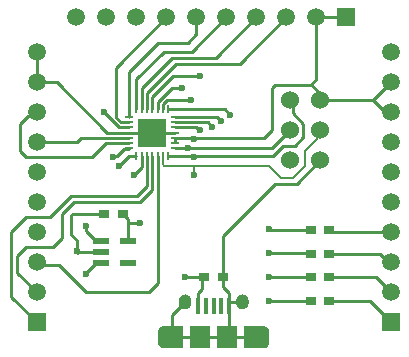
<source format=gtl>
G04*
G04 #@! TF.GenerationSoftware,Altium Limited,Altium Designer,20.2.4 (192)*
G04*
G04 Layer_Physical_Order=1*
G04 Layer_Color=255*
%FSLAX25Y25*%
%MOIN*%
G70*
G04*
G04 #@! TF.SameCoordinates,10D436F5-3F1F-4B74-8332-D6DC9BA31C1D*
G04*
G04*
G04 #@! TF.FilePolarity,Positive*
G04*
G01*
G75*
%ADD11C,0.01000*%
%ADD14C,0.00800*%
%ADD15R,0.05591X0.02284*%
%ADD16R,0.03300X0.03150*%
%ADD17R,0.07087X0.07480*%
%ADD18R,0.01575X0.05315*%
%ADD19R,0.03000X0.01100*%
%ADD20R,0.02800X0.01100*%
%ADD21R,0.01100X0.02800*%
%ADD22R,0.01100X0.03000*%
%ADD23R,0.09400X0.09400*%
%ADD36C,0.06000*%
%ADD40C,0.05906*%
%ADD41R,0.05906X0.05906*%
%ADD42R,0.05906X0.05906*%
%ADD43O,0.03740X0.07480*%
%ADD44C,0.04134*%
%ADD45C,0.02362*%
G36*
X210236Y121752D02*
Y118012D01*
X203886D01*
X203783Y118017D01*
X203680Y118028D01*
X203578Y118044D01*
X203477Y118066D01*
X203378Y118092D01*
X203280Y118124D01*
X203184Y118161D01*
X203089Y118203D01*
X202997Y118250D01*
X202908Y118301D01*
X202822Y118357D01*
X202738Y118418D01*
X202658Y118483D01*
X202582Y118552D01*
X202509Y118625D01*
X202440Y118701D01*
X202375Y118781D01*
X202314Y118865D01*
X202258Y118951D01*
X202206Y119041D01*
X202160Y119132D01*
X202118Y119227D01*
X202081Y119323D01*
X202049Y119421D01*
X202022Y119521D01*
X202001Y119621D01*
X201985Y119723D01*
X201974Y119826D01*
X201969Y119929D01*
Y119980D01*
Y121752D01*
Y123524D01*
Y123575D01*
X201974Y123678D01*
X201985Y123781D01*
X202001Y123882D01*
X202022Y123983D01*
X202049Y124083D01*
X202081Y124181D01*
X202118Y124277D01*
X202160Y124371D01*
X202206Y124463D01*
X202258Y124553D01*
X202314Y124639D01*
X202375Y124722D01*
X202440Y124802D01*
X202509Y124879D01*
X202582Y124952D01*
X202658Y125021D01*
X202738Y125086D01*
X202822Y125146D01*
X202908Y125203D01*
X202997Y125254D01*
X203089Y125301D01*
X203184Y125343D01*
X203280Y125380D01*
X203378Y125412D01*
X203477Y125438D01*
X203578Y125460D01*
X203680Y125476D01*
X203783Y125487D01*
X203886Y125492D01*
X210236D01*
Y121752D01*
D02*
G37*
G36*
X211087Y136018D02*
X211195Y136007D01*
X211302Y135990D01*
X211408Y135967D01*
X211512Y135939D01*
X211615Y135906D01*
X211716Y135867D01*
X211815Y135823D01*
X211912Y135774D01*
X212005Y135720D01*
X212096Y135661D01*
X212184Y135597D01*
X212268Y135529D01*
X212349Y135457D01*
X212425Y135380D01*
X212497Y135300D01*
X212565Y135215D01*
X212629Y135128D01*
X212688Y135037D01*
X212742Y134943D01*
X212791Y134847D01*
X212835Y134748D01*
X212874Y134647D01*
X212908Y134544D01*
X212936Y134439D01*
X212958Y134334D01*
X212975Y134227D01*
X212986Y134119D01*
X212992Y134011D01*
Y133957D01*
Y133169D01*
Y133115D01*
X212986Y133007D01*
X212975Y132899D01*
X212958Y132792D01*
X212936Y132687D01*
X212908Y132582D01*
X212874Y132479D01*
X212835Y132378D01*
X212791Y132279D01*
X212742Y132183D01*
X212688Y132089D01*
X212629Y131998D01*
X212566Y131911D01*
X212497Y131826D01*
X212425Y131746D01*
X212349Y131669D01*
X212268Y131597D01*
X212184Y131529D01*
X212096Y131465D01*
X212005Y131406D01*
X211912Y131352D01*
X211815Y131303D01*
X211717Y131259D01*
X211615Y131220D01*
X211512Y131187D01*
X211408Y131159D01*
X211302Y131136D01*
X211195Y131119D01*
X211087Y131108D01*
X210979Y131102D01*
X210871D01*
X210763Y131108D01*
X210655Y131119D01*
X210548Y131136D01*
X210442Y131159D01*
X210338Y131187D01*
X210235Y131220D01*
X210134Y131259D01*
X210035Y131303D01*
X209939Y131352D01*
X209845Y131406D01*
X209754Y131465D01*
X209666Y131529D01*
X209582Y131597D01*
X209502Y131669D01*
X209425Y131746D01*
X209353Y131826D01*
X209285Y131911D01*
X209221Y131998D01*
X209162Y132089D01*
X209108Y132183D01*
X209059Y132279D01*
X209015Y132378D01*
X208976Y132479D01*
X208943Y132582D01*
X208915Y132687D01*
X208892Y132792D01*
X208875Y132899D01*
X208864Y133007D01*
X208858Y133115D01*
Y133169D01*
Y133957D01*
Y134011D01*
X208864Y134119D01*
X208875Y134227D01*
X208892Y134334D01*
X208915Y134439D01*
X208943Y134544D01*
X208976Y134647D01*
X209015Y134748D01*
X209059Y134847D01*
X209108Y134943D01*
X209162Y135037D01*
X209221Y135128D01*
X209285Y135215D01*
X209353Y135300D01*
X209425Y135380D01*
X209502Y135457D01*
X209582Y135529D01*
X209666Y135597D01*
X209754Y135661D01*
X209845Y135720D01*
X209939Y135774D01*
X210035Y135823D01*
X210134Y135867D01*
X210235Y135906D01*
X210338Y135939D01*
X210442Y135967D01*
X210548Y135990D01*
X210655Y136007D01*
X210763Y136018D01*
X210871Y136024D01*
X210979D01*
X211087Y136018D01*
D02*
G37*
G36*
X237162Y125487D02*
X237265Y125476D01*
X237367Y125460D01*
X237468Y125438D01*
X237567Y125412D01*
X237665Y125380D01*
X237761Y125343D01*
X237856Y125301D01*
X237948Y125254D01*
X238037Y125203D01*
X238123Y125146D01*
X238207Y125086D01*
X238287Y125021D01*
X238363Y124952D01*
X238436Y124879D01*
X238505Y124802D01*
X238570Y124722D01*
X238631Y124639D01*
X238687Y124553D01*
X238738Y124463D01*
X238785Y124371D01*
X238827Y124277D01*
X238864Y124181D01*
X238896Y124083D01*
X238923Y123983D01*
X238944Y123882D01*
X238960Y123781D01*
X238971Y123678D01*
X238976Y123575D01*
Y123524D01*
Y121752D01*
Y119980D01*
Y119929D01*
X238971Y119826D01*
X238960Y119723D01*
X238944Y119621D01*
X238923Y119521D01*
X238896Y119421D01*
X238864Y119323D01*
X238827Y119227D01*
X238785Y119132D01*
X238738Y119041D01*
X238687Y118951D01*
X238631Y118865D01*
X238570Y118781D01*
X238505Y118701D01*
X238436Y118625D01*
X238363Y118552D01*
X238287Y118483D01*
X238207Y118418D01*
X238123Y118357D01*
X238037Y118301D01*
X237948Y118250D01*
X237856Y118203D01*
X237761Y118161D01*
X237665Y118124D01*
X237567Y118092D01*
X237468Y118066D01*
X237367Y118044D01*
X237265Y118028D01*
X237162Y118017D01*
X237059Y118012D01*
X230709D01*
Y121752D01*
Y125492D01*
X237059D01*
X237162Y125487D01*
D02*
G37*
G36*
X230182Y136018D02*
X230290Y136007D01*
X230397Y135990D01*
X230502Y135967D01*
X230607Y135939D01*
X230710Y135906D01*
X230811Y135867D01*
X230910Y135823D01*
X231006Y135774D01*
X231100Y135720D01*
X231191Y135661D01*
X231278Y135597D01*
X231363Y135529D01*
X231443Y135457D01*
X231520Y135380D01*
X231592Y135300D01*
X231660Y135215D01*
X231724Y135128D01*
X231783Y135037D01*
X231837Y134943D01*
X231886Y134847D01*
X231930Y134748D01*
X231969Y134647D01*
X232002Y134544D01*
X232030Y134439D01*
X232053Y134334D01*
X232070Y134227D01*
X232081Y134119D01*
X232087Y134011D01*
Y133957D01*
Y133169D01*
Y133115D01*
X232081Y133007D01*
X232070Y132899D01*
X232053Y132792D01*
X232030Y132687D01*
X232002Y132582D01*
X231969Y132479D01*
X231930Y132378D01*
X231886Y132279D01*
X231837Y132183D01*
X231783Y132089D01*
X231724Y131998D01*
X231660Y131911D01*
X231592Y131826D01*
X231520Y131746D01*
X231443Y131669D01*
X231363Y131597D01*
X231278Y131529D01*
X231191Y131465D01*
X231100Y131406D01*
X231006Y131352D01*
X230910Y131303D01*
X230811Y131259D01*
X230710Y131220D01*
X230607Y131187D01*
X230502Y131159D01*
X230397Y131136D01*
X230290Y131119D01*
X230182Y131108D01*
X230074Y131102D01*
X229966D01*
X229857Y131108D01*
X229750Y131119D01*
X229643Y131136D01*
X229537Y131159D01*
X229432Y131187D01*
X229329Y131220D01*
X229228Y131259D01*
X229130Y131303D01*
X229033Y131352D01*
X228939Y131406D01*
X228849Y131465D01*
X228761Y131529D01*
X228677Y131597D01*
X228596Y131669D01*
X228520Y131746D01*
X228447Y131826D01*
X228379Y131911D01*
X228316Y131998D01*
X228257Y132089D01*
X228203Y132183D01*
X228153Y132279D01*
X228110Y132378D01*
X228071Y132479D01*
X228037Y132582D01*
X228009Y132687D01*
X227987Y132792D01*
X227970Y132899D01*
X227958Y133007D01*
X227953Y133115D01*
Y133169D01*
Y133957D01*
Y134011D01*
X227958Y134119D01*
X227970Y134227D01*
X227987Y134334D01*
X228009Y134439D01*
X228037Y134544D01*
X228071Y134647D01*
X228110Y134748D01*
X228153Y134847D01*
X228203Y134943D01*
X228257Y135037D01*
X228316Y135128D01*
X228379Y135215D01*
X228447Y135300D01*
X228520Y135380D01*
X228596Y135457D01*
X228677Y135529D01*
X228761Y135597D01*
X228849Y135661D01*
X228939Y135720D01*
X229033Y135774D01*
X229130Y135823D01*
X229228Y135867D01*
X229329Y135906D01*
X229432Y135939D01*
X229537Y135967D01*
X229643Y135990D01*
X229750Y136007D01*
X229857Y136018D01*
X229965Y136024D01*
X230074D01*
X230182Y136018D01*
D02*
G37*
%LPC*%
G36*
X207118Y124705D02*
X206170D01*
X206108Y124701D01*
X206047Y124695D01*
X205985Y124685D01*
X205925Y124672D01*
X205865Y124656D01*
X205806Y124637D01*
X205749Y124615D01*
X205692Y124590D01*
X205637Y124562D01*
X205584Y124531D01*
X205532Y124497D01*
X205482Y124461D01*
X205434Y124422D01*
X205387Y124381D01*
X205344Y124337D01*
X205302Y124291D01*
X205263Y124243D01*
X205227Y124193D01*
X205193Y124141D01*
X205162Y124087D01*
X205134Y124032D01*
X205109Y123976D01*
X205087Y123918D01*
X205068Y123859D01*
X205052Y123799D01*
X205039Y123739D01*
X205029Y123678D01*
X205023Y123616D01*
X205020Y123555D01*
Y123524D01*
Y121752D01*
Y119882D01*
Y119853D01*
X205023Y119797D01*
X205029Y119740D01*
X205037Y119685D01*
X205049Y119629D01*
X205064Y119574D01*
X205081Y119520D01*
X205102Y119467D01*
X205125Y119416D01*
X205151Y119365D01*
X205179Y119316D01*
X205210Y119268D01*
X205243Y119223D01*
X205279Y119178D01*
X205317Y119136D01*
X205357Y119096D01*
X205399Y119058D01*
X205443Y119023D01*
X205489Y118989D01*
X205537Y118958D01*
X205586Y118930D01*
X205636Y118904D01*
X205688Y118881D01*
X205741Y118861D01*
X205795Y118843D01*
X205850Y118829D01*
X205905Y118817D01*
X205961Y118808D01*
X206017Y118802D01*
X206074Y118799D01*
X207118D01*
X207179Y118802D01*
X207241Y118809D01*
X207302Y118819D01*
X207362Y118831D01*
X207422Y118848D01*
X207481Y118867D01*
X207539Y118889D01*
X207595Y118914D01*
X207650Y118942D01*
X207704Y118973D01*
X207756Y119007D01*
X207806Y119043D01*
X207854Y119082D01*
X207900Y119123D01*
X207944Y119167D01*
X207985Y119213D01*
X208024Y119261D01*
X208060Y119311D01*
X208094Y119363D01*
X208125Y119416D01*
X208153Y119472D01*
X208178Y119528D01*
X208200Y119586D01*
X208220Y119645D01*
X208236Y119704D01*
X208248Y119765D01*
X208258Y119826D01*
X208264Y119888D01*
X208268Y119949D01*
Y119980D01*
Y121752D01*
Y123524D01*
Y123555D01*
X208264Y123616D01*
X208258Y123678D01*
X208248Y123739D01*
X208236Y123799D01*
X208220Y123859D01*
X208200Y123918D01*
X208178Y123976D01*
X208153Y124032D01*
X208125Y124087D01*
X208094Y124141D01*
X208060Y124193D01*
X208024Y124243D01*
X207985Y124291D01*
X207944Y124337D01*
X207900Y124381D01*
X207854Y124422D01*
X207806Y124461D01*
X207756Y124497D01*
X207704Y124531D01*
X207650Y124562D01*
X207595Y124590D01*
X207539Y124615D01*
X207481Y124637D01*
X207422Y124656D01*
X207362Y124672D01*
X207302Y124685D01*
X207241Y124695D01*
X207179Y124701D01*
X207118Y124705D01*
D02*
G37*
G36*
X210959Y135236D02*
X210892D01*
X210825Y135233D01*
X210758Y135226D01*
X210692Y135215D01*
X210626Y135201D01*
X210562Y135184D01*
X210498Y135163D01*
X210435Y135139D01*
X210374Y135112D01*
X210314Y135082D01*
X210256Y135048D01*
X210200Y135011D01*
X210146Y134972D01*
X210094Y134930D01*
X210044Y134885D01*
X209997Y134838D01*
X209952Y134788D01*
X209910Y134736D01*
X209870Y134682D01*
X209834Y134625D01*
X209800Y134567D01*
X209770Y134508D01*
X209743Y134447D01*
X209719Y134384D01*
X209698Y134320D01*
X209681Y134256D01*
X209667Y134190D01*
X209656Y134124D01*
X209649Y134057D01*
X209646Y133990D01*
Y133957D01*
Y133169D01*
Y133136D01*
X209649Y133069D01*
X209656Y133002D01*
X209667Y132936D01*
X209681Y132870D01*
X209698Y132806D01*
X209719Y132742D01*
X209743Y132679D01*
X209770Y132618D01*
X209800Y132559D01*
X209834Y132501D01*
X209870Y132444D01*
X209910Y132390D01*
X209952Y132338D01*
X209997Y132288D01*
X210044Y132241D01*
X210094Y132196D01*
X210146Y132154D01*
X210200Y132114D01*
X210256Y132078D01*
X210314Y132044D01*
X210374Y132014D01*
X210435Y131987D01*
X210498Y131963D01*
X210562Y131942D01*
X210626Y131925D01*
X210692Y131911D01*
X210758Y131900D01*
X210825Y131893D01*
X210892Y131890D01*
X210959D01*
X211026Y131893D01*
X211092Y131900D01*
X211158Y131911D01*
X211224Y131925D01*
X211289Y131942D01*
X211352Y131963D01*
X211415Y131987D01*
X211476Y132014D01*
X211536Y132044D01*
X211594Y132078D01*
X211650Y132114D01*
X211704Y132154D01*
X211756Y132196D01*
X211806Y132241D01*
X211854Y132288D01*
X211898Y132338D01*
X211941Y132390D01*
X211980Y132444D01*
X212017Y132501D01*
X212050Y132559D01*
X212081Y132618D01*
X212108Y132679D01*
X212132Y132742D01*
X212152Y132806D01*
X212170Y132870D01*
X212184Y132936D01*
X212194Y133002D01*
X212201Y133069D01*
X212205Y133136D01*
Y133169D01*
Y133957D01*
Y133990D01*
X212201Y134057D01*
X212194Y134124D01*
X212184Y134190D01*
X212170Y134256D01*
X212152Y134320D01*
X212132Y134384D01*
X212108Y134447D01*
X212081Y134508D01*
X212050Y134567D01*
X212017Y134625D01*
X211980Y134682D01*
X211941Y134736D01*
X211898Y134788D01*
X211854Y134838D01*
X211806Y134885D01*
X211756Y134930D01*
X211704Y134972D01*
X211650Y135011D01*
X211594Y135048D01*
X211536Y135082D01*
X211476Y135112D01*
X211415Y135139D01*
X211352Y135163D01*
X211289Y135184D01*
X211224Y135201D01*
X211158Y135215D01*
X211092Y135226D01*
X211026Y135233D01*
X210959Y135236D01*
D02*
G37*
G36*
X234871Y124705D02*
X233827D01*
X233766Y124701D01*
X233704Y124695D01*
X233643Y124685D01*
X233582Y124672D01*
X233523Y124656D01*
X233464Y124637D01*
X233406Y124615D01*
X233350Y124590D01*
X233295Y124562D01*
X233241Y124531D01*
X233189Y124497D01*
X233139Y124461D01*
X233091Y124422D01*
X233045Y124381D01*
X233001Y124337D01*
X232960Y124291D01*
X232921Y124243D01*
X232885Y124193D01*
X232851Y124141D01*
X232820Y124087D01*
X232792Y124032D01*
X232767Y123976D01*
X232745Y123918D01*
X232725Y123859D01*
X232709Y123799D01*
X232697Y123739D01*
X232687Y123678D01*
X232680Y123616D01*
X232677Y123555D01*
Y123524D01*
Y121752D01*
Y119980D01*
Y119949D01*
X232680Y119888D01*
X232687Y119826D01*
X232697Y119765D01*
X232709Y119704D01*
X232725Y119645D01*
X232745Y119586D01*
X232767Y119528D01*
X232792Y119472D01*
X232820Y119416D01*
X232851Y119363D01*
X232885Y119311D01*
X232921Y119261D01*
X232960Y119213D01*
X233001Y119167D01*
X233045Y119123D01*
X233091Y119082D01*
X233139Y119043D01*
X233189Y119007D01*
X233241Y118973D01*
X233295Y118942D01*
X233350Y118914D01*
X233406Y118889D01*
X233464Y118867D01*
X233523Y118848D01*
X233582Y118831D01*
X233643Y118819D01*
X233704Y118809D01*
X233766Y118802D01*
X233827Y118799D01*
X234775D01*
X234837Y118802D01*
X234898Y118809D01*
X234959Y118819D01*
X235020Y118831D01*
X235080Y118848D01*
X235139Y118867D01*
X235196Y118889D01*
X235253Y118914D01*
X235308Y118942D01*
X235361Y118973D01*
X235413Y119007D01*
X235463Y119043D01*
X235511Y119082D01*
X235557Y119123D01*
X235601Y119167D01*
X235643Y119213D01*
X235682Y119261D01*
X235718Y119311D01*
X235752Y119363D01*
X235782Y119417D01*
X235810Y119472D01*
X235836Y119528D01*
X235858Y119586D01*
X235877Y119645D01*
X235893Y119704D01*
X235906Y119765D01*
X235915Y119826D01*
X235922Y119888D01*
X235925Y119949D01*
Y119980D01*
Y121752D01*
Y123622D01*
Y123650D01*
X235922Y123707D01*
X235916Y123763D01*
X235907Y123819D01*
X235896Y123875D01*
X235881Y123930D01*
X235863Y123984D01*
X235843Y124037D01*
X235820Y124088D01*
X235794Y124139D01*
X235766Y124188D01*
X235735Y124235D01*
X235702Y124281D01*
X235666Y124325D01*
X235628Y124368D01*
X235588Y124408D01*
X235546Y124446D01*
X235502Y124481D01*
X235456Y124515D01*
X235408Y124546D01*
X235359Y124574D01*
X235309Y124600D01*
X235257Y124623D01*
X235204Y124643D01*
X235150Y124661D01*
X235095Y124675D01*
X235040Y124687D01*
X234984Y124696D01*
X234928Y124702D01*
X234871Y124705D01*
D02*
G37*
G36*
X230053Y135236D02*
X229986D01*
X229919Y135233D01*
X229853Y135226D01*
X229786Y135215D01*
X229721Y135201D01*
X229656Y135184D01*
X229592Y135163D01*
X229530Y135139D01*
X229469Y135112D01*
X229409Y135082D01*
X229351Y135048D01*
X229295Y135011D01*
X229240Y134972D01*
X229188Y134930D01*
X229139Y134885D01*
X229091Y134838D01*
X229046Y134788D01*
X229004Y134736D01*
X228965Y134682D01*
X228928Y134625D01*
X228895Y134567D01*
X228864Y134508D01*
X228837Y134447D01*
X228813Y134384D01*
X228792Y134320D01*
X228775Y134256D01*
X228761Y134190D01*
X228751Y134124D01*
X228744Y134057D01*
X228740Y133990D01*
Y133957D01*
Y133169D01*
Y133136D01*
X228744Y133069D01*
X228751Y133002D01*
X228761Y132936D01*
X228775Y132870D01*
X228792Y132806D01*
X228813Y132742D01*
X228837Y132679D01*
X228864Y132618D01*
X228895Y132559D01*
X228928Y132501D01*
X228965Y132444D01*
X229004Y132390D01*
X229046Y132338D01*
X229091Y132288D01*
X229139Y132241D01*
X229188Y132196D01*
X229240Y132154D01*
X229295Y132114D01*
X229351Y132078D01*
X229409Y132044D01*
X229469Y132014D01*
X229530Y131987D01*
X229592Y131963D01*
X229656Y131942D01*
X229721Y131925D01*
X229786Y131911D01*
X229853Y131900D01*
X229919Y131893D01*
X229986Y131890D01*
X230053D01*
X230120Y131893D01*
X230187Y131900D01*
X230253Y131911D01*
X230318Y131925D01*
X230383Y131942D01*
X230447Y131963D01*
X230509Y131987D01*
X230571Y132014D01*
X230630Y132044D01*
X230689Y132078D01*
X230745Y132114D01*
X230799Y132154D01*
X230851Y132196D01*
X230901Y132241D01*
X230948Y132288D01*
X230993Y132338D01*
X231035Y132390D01*
X231075Y132444D01*
X231111Y132501D01*
X231144Y132559D01*
X231175Y132618D01*
X231202Y132679D01*
X231226Y132742D01*
X231247Y132806D01*
X231264Y132870D01*
X231278Y132936D01*
X231289Y133002D01*
X231296Y133069D01*
X231299Y133136D01*
Y133169D01*
Y133957D01*
Y133990D01*
X231296Y134057D01*
X231289Y134124D01*
X231278Y134190D01*
X231264Y134256D01*
X231247Y134320D01*
X231226Y134384D01*
X231202Y134447D01*
X231175Y134508D01*
X231144Y134567D01*
X231111Y134625D01*
X231075Y134682D01*
X231035Y134736D01*
X230993Y134788D01*
X230948Y134838D01*
X230901Y134885D01*
X230851Y134930D01*
X230799Y134972D01*
X230745Y135011D01*
X230689Y135048D01*
X230630Y135082D01*
X230571Y135112D01*
X230509Y135139D01*
X230447Y135163D01*
X230383Y135184D01*
X230318Y135201D01*
X230253Y135215D01*
X230187Y135226D01*
X230120Y135233D01*
X230053Y135236D01*
D02*
G37*
%LPD*%
D11*
X188937Y191800D02*
X192300D01*
X184000Y196737D02*
X188937Y191800D01*
X184000Y196737D02*
Y197000D01*
X207700Y188200D02*
X237200D01*
X214690Y191942D02*
X215631Y191000D01*
X216000D01*
X223573Y155573D02*
X241000Y173000D01*
X223573Y138422D02*
Y155573D01*
X248118Y173000D02*
X255906Y180787D01*
X241000Y173000D02*
X248118D01*
X207700Y184700D02*
X239818D01*
X205550Y182300D02*
X240300D01*
X243500Y185500D01*
X239818Y184700D02*
X245905Y190787D01*
X192000Y160000D02*
Y161176D01*
Y154000D02*
Y160000D01*
X196000D01*
X188000Y195000D02*
X189450Y193550D01*
X192250D01*
X188000Y195000D02*
Y211622D01*
X157456Y194456D02*
X157456D01*
X158725Y195485D02*
X160090Y196850D01*
X158485Y195485D02*
X158725D01*
X157456Y194456D02*
X158485Y195485D01*
X160090Y196850D02*
X161417D01*
X156000Y193000D02*
X157456Y194456D01*
X156000Y184000D02*
Y193000D01*
Y184000D02*
X158000Y182000D01*
X180000D01*
X161417Y186850D02*
X174798D01*
X176147Y188200D01*
X184500Y186500D02*
X192300D01*
X180000Y182000D02*
X184500Y186500D01*
X176147Y188200D02*
X192300D01*
X187261Y182261D02*
X188261D01*
X190650Y184650D02*
X192250D01*
X192300Y184700D01*
X188261Y182261D02*
X190650Y184650D01*
X187000Y182000D02*
X187261Y182261D01*
X216535Y140896D02*
X217323Y141684D01*
X217372Y141732D01*
X210983Y141684D02*
X217323D01*
X201800Y139800D02*
Y182300D01*
X199000Y137000D02*
X201800Y139800D01*
X178000Y137000D02*
X199000D01*
X175000Y150000D02*
X175260Y150260D01*
X196500Y178500D02*
Y182300D01*
X194000Y176000D02*
X196500Y178500D01*
X192300Y182300D02*
X194700D01*
X189000Y179000D02*
X192300Y182300D01*
X207000Y209000D02*
X216000D01*
X200000Y197700D02*
Y202000D01*
X207000Y209000D01*
X201800Y197700D02*
X201850Y197750D01*
Y200113D01*
X206737Y205000D01*
X210000D01*
X205000Y201000D02*
X213000D01*
X203550Y199550D02*
X205000Y201000D01*
X203500Y197700D02*
X203550Y197750D01*
Y199550D01*
X198200Y197700D02*
Y203200D01*
X208000Y213000D01*
X229378D02*
X244724Y228346D01*
X208000Y213000D02*
X229378D01*
X221378Y215000D02*
X234724Y228346D01*
X206700Y215000D02*
X221378D01*
X196500Y204800D02*
X206700Y215000D01*
X196500Y197700D02*
Y204800D01*
X194700Y197700D02*
Y207700D01*
X204000Y217000D01*
X213378D02*
X224724Y228346D01*
X204000Y217000D02*
X213378D01*
X214724Y222724D02*
Y228346D01*
X212000Y220000D02*
X214724Y222724D01*
X202000Y220000D02*
X212000D01*
X192300Y210300D02*
X202000Y220000D01*
X192300Y195300D02*
Y210300D01*
X192250Y193550D02*
X192300Y193500D01*
X188000Y211622D02*
X204724Y228346D01*
X161417Y206850D02*
Y216850D01*
X200000Y190000D02*
X207700D01*
X192300D02*
X200000D01*
X161417Y206850D02*
X168150D01*
X185000Y190000D02*
X192300D01*
X168150Y206850D02*
X185000Y190000D01*
X153000Y135268D02*
X161417Y126850D01*
X153000Y157000D02*
X158000Y162000D01*
X153000Y135268D02*
Y157000D01*
X158000Y162000D02*
X166000D01*
X173000Y169000D02*
X195000D01*
X166000Y162000D02*
X173000Y169000D01*
X170000Y163000D02*
X174000Y167000D01*
X196000D01*
X170000Y155000D02*
Y163000D01*
X198200Y172200D02*
Y182300D01*
X195000Y169000D02*
X198200Y172200D01*
X200000Y171000D02*
Y182300D01*
X196000Y167000D02*
X200000Y171000D01*
X167000Y152000D02*
X170000Y155000D01*
X158000Y152000D02*
X167000D01*
X155000Y149000D02*
X158000Y152000D01*
X155000Y143268D02*
X161417Y136850D01*
X155000Y143268D02*
Y149000D01*
X161417Y146850D02*
X162268Y146000D01*
X169000D01*
X178000Y137000D01*
X190176Y163000D02*
X192000Y161176D01*
X190100Y163000D02*
X190176D01*
X181331Y146520D02*
X182984D01*
X178000Y143189D02*
X181331Y146520D01*
X178000Y143000D02*
Y143189D01*
X181331Y154000D02*
X182984D01*
X178000Y157331D02*
X181331Y154000D01*
X178000Y157331D02*
Y159000D01*
X174823Y150352D02*
Y154177D01*
X173000Y156000D02*
X174823Y154177D01*
X173586Y163000D02*
X183900D01*
X173000Y162414D02*
X173586Y163000D01*
X173000Y156000D02*
Y162414D01*
X175260Y150260D02*
X182984D01*
X216193Y122000D02*
X225248D01*
X206644Y121752D02*
X215945D01*
X216193Y122000D01*
X225590Y122343D02*
Y126672D01*
X225590D02*
Y133276D01*
X225878Y133563D01*
X225000Y121752D02*
X225590Y122343D01*
X225554Y133276D02*
Y136441D01*
X206644Y121752D02*
Y129281D01*
X210925Y133563D01*
X225000Y121752D02*
X234301D01*
X225878Y133563D02*
X230020D01*
X239888Y157480D02*
X252805D01*
X239369Y158000D02*
X239888Y157480D01*
X239000Y158000D02*
X239369D01*
X252411Y150000D02*
X252805Y149606D01*
X239000Y150000D02*
X252411D01*
X252537Y142000D02*
X252805Y141732D01*
X239000Y142000D02*
X252537D01*
X252663Y134000D02*
X252805Y133858D01*
X239000Y134000D02*
X252663D01*
X211741Y191942D02*
X214690D01*
X207700Y191800D02*
X207750Y191850D01*
X211649D01*
X211741Y191942D01*
X207742Y193542D02*
X218458D01*
X220000Y192000D01*
X207700Y193500D02*
X207742Y193542D01*
X207700Y195300D02*
X221450D01*
X222750Y194000D02*
X223000D01*
X221450Y195300D02*
X222750Y194000D01*
X224300Y197700D02*
X226000Y196000D01*
X205300Y197700D02*
X224300D01*
X259006Y133858D02*
X272520D01*
X279528Y126850D01*
X259006Y141732D02*
X274646D01*
X279528Y136850D01*
X259006Y149606D02*
X275986D01*
X278742Y146850D01*
X279528D01*
X259006Y157480D02*
X259636Y156850D01*
X279528D01*
X273465Y200787D02*
X273465D01*
X278589Y197789D02*
X279528Y196850D01*
X276463Y197789D02*
X278589D01*
X273465Y200787D02*
X276463Y197789D01*
X273465Y200787D02*
X279528Y206850D01*
X255906Y200787D02*
X273465D01*
X254949Y201744D02*
X255906Y200787D01*
X254949Y201744D02*
Y204051D01*
X253000Y206000D02*
X254949Y204051D01*
X254724Y228346D02*
X264724D01*
X254724Y207724D02*
Y228346D01*
X253000Y206000D02*
X254724Y207724D01*
X241000Y206000D02*
X253000D01*
X240000Y191000D02*
Y205000D01*
X241000Y206000D01*
X237200Y188200D02*
X240000Y191000D01*
X207700Y186750D02*
Y188200D01*
X243500Y185500D02*
X247500D01*
X250406Y188406D01*
X245905Y200787D02*
X246862Y199831D01*
Y196478D02*
Y199831D01*
Y196478D02*
X250406Y192934D01*
Y188406D02*
Y192934D01*
X223573Y138422D02*
X225554Y136441D01*
X215354Y132283D02*
Y136614D01*
X216535Y137795D01*
Y140896D01*
D14*
X214000Y176000D02*
Y179000D01*
X239000D01*
X204000D02*
X214000D01*
X239000D02*
X243000Y175000D01*
X203500Y179500D02*
X204000Y179000D01*
X243000Y175000D02*
X247000D01*
X203500Y179500D02*
Y182300D01*
X254910Y189792D02*
X255906Y190787D01*
X251000Y179000D02*
Y184000D01*
X254910Y187910D01*
Y189792D01*
X247000Y175000D02*
X251000Y179000D01*
D15*
X192000Y154000D02*
D03*
Y146520D02*
D03*
X182984D02*
D03*
Y150260D02*
D03*
Y154000D02*
D03*
D16*
X252805Y133858D02*
D03*
X259006D02*
D03*
X252805Y141732D02*
D03*
X259006D02*
D03*
X252805Y149606D02*
D03*
X259006D02*
D03*
X252805Y157480D02*
D03*
X259006D02*
D03*
X217372Y141732D02*
D03*
X223573D02*
D03*
X190100Y163000D02*
D03*
X183900D02*
D03*
D17*
X225000Y121752D02*
D03*
X215945D02*
D03*
D18*
X225590Y132283D02*
D03*
X215354D02*
D03*
X223031D02*
D03*
X217913D02*
D03*
X220472D02*
D03*
D19*
X192300Y193500D02*
D03*
Y191800D02*
D03*
Y190000D02*
D03*
Y188200D02*
D03*
Y186500D02*
D03*
X207700D02*
D03*
Y188200D02*
D03*
Y190000D02*
D03*
Y191800D02*
D03*
Y193500D02*
D03*
D20*
X192300Y184700D02*
D03*
X207700D02*
D03*
Y195300D02*
D03*
X192300D02*
D03*
D21*
X194700Y182300D02*
D03*
X205300D02*
D03*
Y197700D02*
D03*
X194700D02*
D03*
D22*
X196500Y182300D02*
D03*
X198200D02*
D03*
X200000D02*
D03*
X201800D02*
D03*
X203500D02*
D03*
Y197700D02*
D03*
X201800D02*
D03*
X200000D02*
D03*
X198200D02*
D03*
X196500D02*
D03*
D23*
X200000Y190000D02*
D03*
D36*
X255906Y200787D02*
D03*
Y190787D02*
D03*
Y180787D02*
D03*
X245905D02*
D03*
Y190787D02*
D03*
Y200787D02*
D03*
D40*
X279528Y136850D02*
D03*
Y146850D02*
D03*
Y156850D02*
D03*
Y166850D02*
D03*
Y176850D02*
D03*
Y186850D02*
D03*
Y196850D02*
D03*
Y206850D02*
D03*
Y216850D02*
D03*
X161417Y136850D02*
D03*
Y146850D02*
D03*
Y156850D02*
D03*
Y166850D02*
D03*
Y176850D02*
D03*
Y186850D02*
D03*
Y196850D02*
D03*
Y206850D02*
D03*
Y216850D02*
D03*
X254724Y228346D02*
D03*
X244724D02*
D03*
X234724D02*
D03*
X224724D02*
D03*
X214724D02*
D03*
X204724D02*
D03*
X194724D02*
D03*
X184724D02*
D03*
X174724D02*
D03*
D41*
X279528Y126850D02*
D03*
X161417D02*
D03*
D42*
X264724Y228346D02*
D03*
D43*
X234301Y121752D02*
D03*
X206644D02*
D03*
D44*
X230020Y133563D02*
D03*
X210925D02*
D03*
D45*
X216000Y191000D02*
D03*
X184000Y197000D02*
D03*
X214000Y188000D02*
D03*
X212000Y185000D02*
D03*
X214000Y176000D02*
D03*
Y182000D02*
D03*
X196000Y160000D02*
D03*
X187000Y182000D02*
D03*
X210983Y141684D02*
D03*
X194000Y176000D02*
D03*
X189000Y179000D02*
D03*
X216000Y209000D02*
D03*
X213000Y201000D02*
D03*
X210000Y205000D02*
D03*
X178000Y143000D02*
D03*
Y159000D02*
D03*
X174823Y150352D02*
D03*
X239000Y134000D02*
D03*
Y142000D02*
D03*
Y150000D02*
D03*
Y158000D02*
D03*
X220000Y192000D02*
D03*
X223000Y194000D02*
D03*
X226000Y196000D02*
D03*
M02*

</source>
